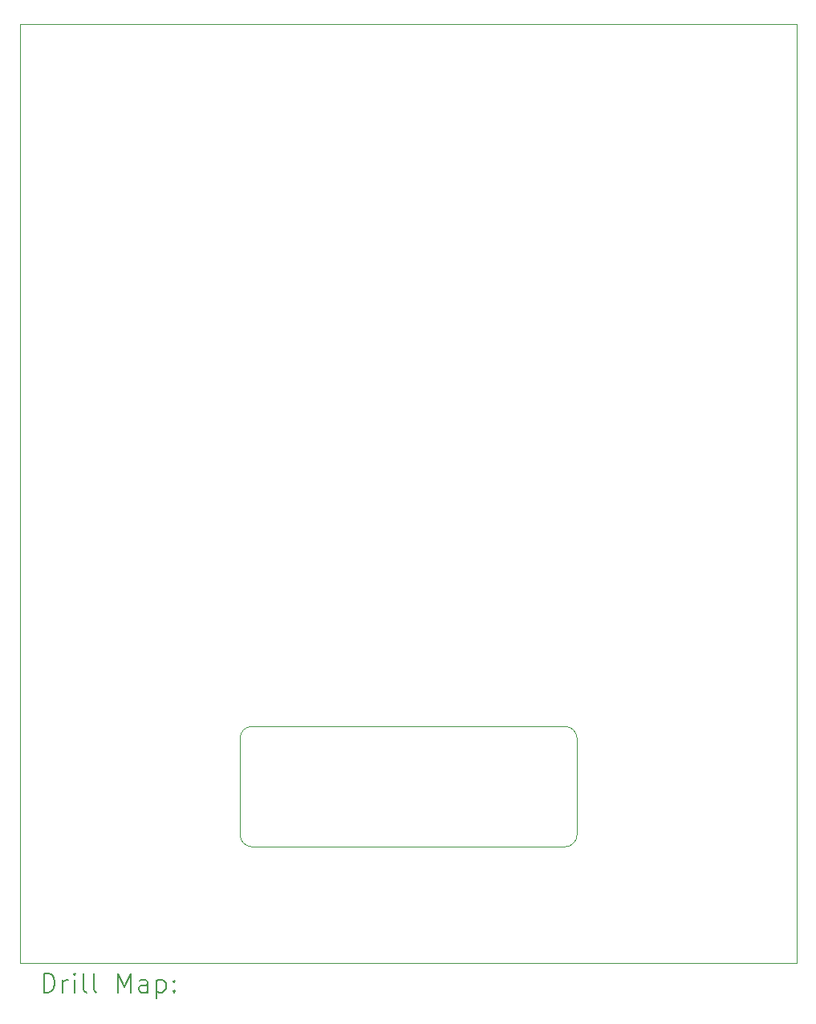
<source format=gbr>
%FSLAX45Y45*%
G04 Gerber Fmt 4.5, Leading zero omitted, Abs format (unit mm)*
G04 Created by KiCad (PCBNEW (6.0.5)) date 2022-07-09 16:35:08*
%MOMM*%
%LPD*%
G01*
G04 APERTURE LIST*
%TA.AperFunction,Profile*%
%ADD10C,0.050000*%
%TD*%
%ADD11C,0.200000*%
G04 APERTURE END LIST*
D10*
X12065000Y-13081000D02*
X12065000Y-12065000D01*
X15621000Y-12065000D02*
X15621000Y-13081000D01*
X12192000Y-11938000D02*
X15494000Y-11938000D01*
X15494000Y-13208000D02*
X12192000Y-13208000D01*
X9740000Y-14431000D02*
X9740000Y-4531000D01*
X17940000Y-4531000D02*
X9740000Y-4531000D01*
X9740000Y-14431000D02*
X17940000Y-14431000D01*
X17940000Y-14431000D02*
X17940000Y-4531000D01*
X15621000Y-12065000D02*
G75*
G03*
X15494000Y-11938000I-127000J0D01*
G01*
X12065000Y-13081000D02*
G75*
G03*
X12192000Y-13208000I127000J0D01*
G01*
X12192000Y-11938000D02*
G75*
G03*
X12065000Y-12065000I0J-127000D01*
G01*
X15494000Y-13208000D02*
G75*
G03*
X15621000Y-13081000I0J127000D01*
G01*
D11*
X9995119Y-14743976D02*
X9995119Y-14543976D01*
X10042738Y-14543976D01*
X10071310Y-14553500D01*
X10090357Y-14572548D01*
X10099881Y-14591595D01*
X10109405Y-14629690D01*
X10109405Y-14658262D01*
X10099881Y-14696357D01*
X10090357Y-14715405D01*
X10071310Y-14734452D01*
X10042738Y-14743976D01*
X9995119Y-14743976D01*
X10195119Y-14743976D02*
X10195119Y-14610643D01*
X10195119Y-14648738D02*
X10204643Y-14629690D01*
X10214167Y-14620167D01*
X10233214Y-14610643D01*
X10252262Y-14610643D01*
X10318929Y-14743976D02*
X10318929Y-14610643D01*
X10318929Y-14543976D02*
X10309405Y-14553500D01*
X10318929Y-14563024D01*
X10328452Y-14553500D01*
X10318929Y-14543976D01*
X10318929Y-14563024D01*
X10442738Y-14743976D02*
X10423690Y-14734452D01*
X10414167Y-14715405D01*
X10414167Y-14543976D01*
X10547500Y-14743976D02*
X10528452Y-14734452D01*
X10518929Y-14715405D01*
X10518929Y-14543976D01*
X10776071Y-14743976D02*
X10776071Y-14543976D01*
X10842738Y-14686833D01*
X10909405Y-14543976D01*
X10909405Y-14743976D01*
X11090357Y-14743976D02*
X11090357Y-14639214D01*
X11080833Y-14620167D01*
X11061786Y-14610643D01*
X11023690Y-14610643D01*
X11004643Y-14620167D01*
X11090357Y-14734452D02*
X11071310Y-14743976D01*
X11023690Y-14743976D01*
X11004643Y-14734452D01*
X10995119Y-14715405D01*
X10995119Y-14696357D01*
X11004643Y-14677309D01*
X11023690Y-14667786D01*
X11071310Y-14667786D01*
X11090357Y-14658262D01*
X11185595Y-14610643D02*
X11185595Y-14810643D01*
X11185595Y-14620167D02*
X11204643Y-14610643D01*
X11242738Y-14610643D01*
X11261786Y-14620167D01*
X11271309Y-14629690D01*
X11280833Y-14648738D01*
X11280833Y-14705881D01*
X11271309Y-14724928D01*
X11261786Y-14734452D01*
X11242738Y-14743976D01*
X11204643Y-14743976D01*
X11185595Y-14734452D01*
X11366548Y-14724928D02*
X11376071Y-14734452D01*
X11366548Y-14743976D01*
X11357024Y-14734452D01*
X11366548Y-14724928D01*
X11366548Y-14743976D01*
X11366548Y-14620167D02*
X11376071Y-14629690D01*
X11366548Y-14639214D01*
X11357024Y-14629690D01*
X11366548Y-14620167D01*
X11366548Y-14639214D01*
M02*

</source>
